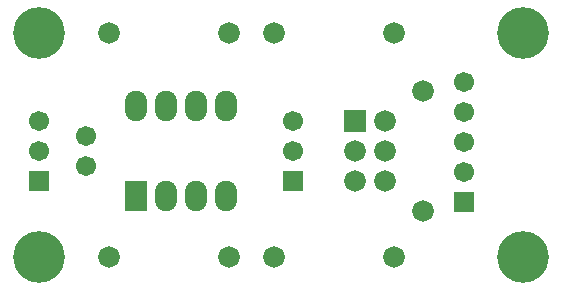
<source format=gts>
G04 (created by PCBNEW-RS274X (2012-jan-04)-stable) date Sun 25 Mar 2012 02:15:37 PM CEST*
G01*
G70*
G90*
%MOIN*%
G04 Gerber Fmt 3.4, Leading zero omitted, Abs format*
%FSLAX34Y34*%
G04 APERTURE LIST*
%ADD10C,0.008000*%
%ADD11R,0.072000X0.072000*%
%ADD12C,0.072000*%
%ADD13C,0.172000*%
%ADD14R,0.067000X0.067000*%
%ADD15C,0.067000*%
%ADD16R,0.074000X0.102000*%
%ADD17O,0.074000X0.102000*%
G04 APERTURE END LIST*
G54D10*
G54D11*
X31783Y-17307D03*
G54D12*
X32783Y-17307D03*
X31783Y-18307D03*
X32783Y-18307D03*
X31783Y-19307D03*
X32783Y-19307D03*
G54D13*
X37401Y-21850D03*
X37401Y-14370D03*
X21259Y-21850D03*
X21259Y-14370D03*
G54D14*
X35432Y-20019D03*
G54D15*
X35432Y-19019D03*
X35432Y-18019D03*
X35432Y-17019D03*
X35432Y-16019D03*
G54D14*
X21259Y-19307D03*
G54D15*
X21259Y-18307D03*
X21259Y-17307D03*
G54D16*
X24484Y-19807D03*
G54D17*
X25484Y-19807D03*
X26484Y-19807D03*
X27484Y-19807D03*
X27484Y-16807D03*
X26484Y-16807D03*
X25484Y-16807D03*
X24484Y-16807D03*
G54D14*
X29724Y-19307D03*
G54D15*
X29724Y-18307D03*
X29724Y-17307D03*
G54D12*
X34055Y-20307D03*
X34055Y-16307D03*
X27590Y-14370D03*
X23590Y-14370D03*
X33102Y-21850D03*
X29102Y-21850D03*
X23590Y-21850D03*
X27590Y-21850D03*
X33102Y-14370D03*
X29102Y-14370D03*
G54D15*
X22834Y-17807D03*
X22834Y-18807D03*
M02*

</source>
